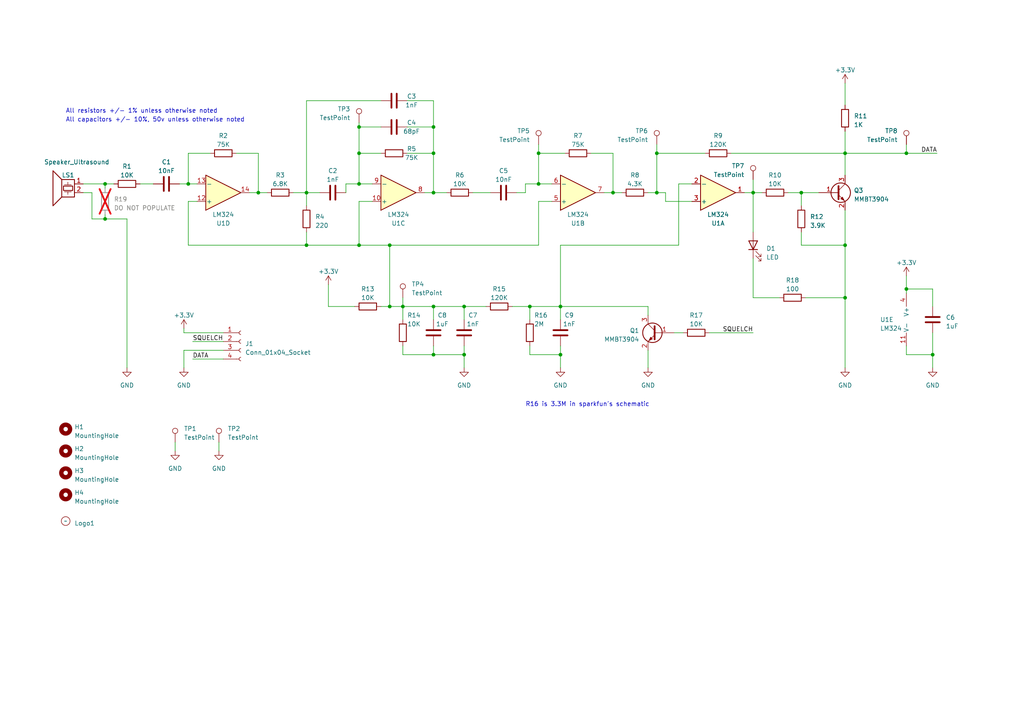
<source format=kicad_sch>
(kicad_sch (version 20230121) (generator eeschema)
  (paper "A4")
  (lib_symbols
    (symbol "Amplifier_Operational:LM324" (pin_names (offset 0.127))
      (property "Reference" "U" (at 0 5.08 0))
      (property "Value" "LM324" (at 0 -5.08 0))
      (symbol "LM324_1_1"
        (polyline (pts (xy -5.08 5.08) (xy 5.08 0) (xy -5.08 -5.08) (xy -5.08 5.08)) (stroke (width 0.254)) (fill (type background)))
        (pin output line (at 7.62 0 180) (length 2.54) (name "~") (number "1"))
        (pin input line (at -7.62 -2.54 0) (length 2.54) (name "-") (number "2"))
        (pin input line (at -7.62 2.54 0) (length 2.54) (name "+") (number "3"))
      )
      (symbol "LM324_2_1"
        (polyline (pts (xy -5.08 5.08) (xy 5.08 0) (xy -5.08 -5.08) (xy -5.08 5.08)) (stroke (width 0.254)) (fill (type background)))
        (pin input line (at -7.62 2.54 0) (length 2.54) (name "+") (number "5"))
        (pin input line (at -7.62 -2.54 0) (length 2.54) (name "-") (number "6"))
        (pin output line (at 7.62 0 180) (length 2.54) (name "~") (number "7"))
      )
      (symbol "LM324_3_1"
        (polyline (pts (xy -5.08 5.08) (xy 5.08 0) (xy -5.08 -5.08) (xy -5.08 5.08)) (stroke (width 0.254)) (fill (type background)))
        (pin input line (at -7.62 2.54 0) (length 2.54) (name "+") (number "10"))
        (pin output line (at 7.62 0 180) (length 2.54) (name "~") (number "8"))
        (pin input line (at -7.62 -2.54 0) (length 2.54) (name "-") (number "9"))
      )
      (symbol "LM324_4_1"
        (polyline (pts (xy -5.08 5.08) (xy 5.08 0) (xy -5.08 -5.08) (xy -5.08 5.08)) (stroke (width 0.254)) (fill (type background)))
        (pin input line (at -7.62 2.54 0) (length 2.54) (name "+") (number "12"))
        (pin input line (at -7.62 -2.54 0) (length 2.54) (name "-") (number "13"))
        (pin output line (at 7.62 0 180) (length 2.54) (name "~") (number "14"))
      )
      (symbol "LM324_5_1"
        (pin power_in line (at -2.54 -7.62 90) (length 3.81) (name "V-") (number "11"))
        (pin power_in line (at -2.54 7.62 270) (length 3.81) (name "V+") (number "4"))
      )
    )
    (symbol "Connector:Conn_01x04_Socket" (pin_names (offset 1.016) hide)
      (property "Reference" "J" (at 0 5.08 0))
      (property "Value" "Conn_01x04_Socket" (at 0 -7.62 0))
      (symbol "Conn_01x04_Socket_1_1"
        (arc (start 0 -4.572) (mid -0.5058 -5.08) (end 0 -5.588) (stroke (width 0.1524)))
        (arc (start 0 -2.032) (mid -0.5058 -2.54) (end 0 -3.048) (stroke (width 0.1524)))
        (polyline (pts (xy -1.27 -5.08) (xy -0.508 -5.08)) (stroke (width 0.1524)))
        (polyline (pts (xy -1.27 -2.54) (xy -0.508 -2.54)) (stroke (width 0.1524)))
        (polyline (pts (xy -1.27 0) (xy -0.508 0)) (stroke (width 0.1524)))
        (polyline (pts (xy -1.27 2.54) (xy -0.508 2.54)) (stroke (width 0.1524)))
        (arc (start 0 0.508) (mid -0.5058 0) (end 0 -0.508) (stroke (width 0.1524)))
        (arc (start 0 3.048) (mid -0.5058 2.54) (end 0 2.032) (stroke (width 0.1524)))
        (pin passive line (at -5.08 2.54 0) (length 3.81) (name "Pin_1") (number "1"))
        (pin passive line (at -5.08 0 0) (length 3.81) (name "Pin_2") (number "2"))
        (pin passive line (at -5.08 -2.54 0) (length 3.81) (name "Pin_3") (number "3"))
        (pin passive line (at -5.08 -5.08 0) (length 3.81) (name "Pin_4") (number "4"))
      )
    )
    (symbol "Connector:TestPoint" (pin_numbers hide) (pin_names (offset 0.762) hide)
      (property "Reference" "TP" (at 0 6.858 0))
      (property "Value" "TestPoint" (at 0 5.08 0))
      (symbol "TestPoint_0_1"
        (circle (center 0 3.302) (radius 0.762))
      )
      (symbol "TestPoint_1_1"
        (pin passive line (at 0 0 90) (length 2.54) (name "1") (number "1"))
      )
    )
    (symbol "Device:C" (pin_numbers hide) (pin_names (offset 0.254))
      (property "Reference" "C" (at 0.635 2.54 0))
      (property "Value" "C" (at 0.635 -2.54 0))
      (symbol "C_0_1"
        (polyline (pts (xy -2.032 -0.762) (xy 2.032 -0.762)) (stroke (width 0.508)))
        (polyline (pts (xy -2.032 0.762) (xy 2.032 0.762)) (stroke (width 0.508)))
      )
      (symbol "C_1_1"
        (pin passive line (at 0 3.81 270) (length 2.794) (name "~") (number "1"))
        (pin passive line (at 0 -3.81 90) (length 2.794) (name "~") (number "2"))
      )
    )
    (symbol "Device:LED" (pin_numbers hide) (pin_names (offset 1.016) hide)
      (property "Reference" "D" (at 0 2.54 0))
      (property "Value" "LED" (at 0 -2.54 0))
      (symbol "LED_0_1"
        (polyline (pts (xy -1.27 -1.27) (xy -1.27 1.27)) (stroke (width 0.254)))
        (polyline (pts (xy -1.27 0) (xy 1.27 0)))
        (polyline (pts (xy 1.27 -1.27) (xy 1.27 1.27) (xy -1.27 0) (xy 1.27 -1.27)) (stroke (width 0.254)))
        (polyline (pts (xy -3.048 -0.762) (xy -4.572 -2.286) (xy -3.81 -2.286) (xy -4.572 -2.286) (xy -4.572 -1.524)))
        (polyline (pts (xy -1.778 -0.762) (xy -3.302 -2.286) (xy -2.54 -2.286) (xy -3.302 -2.286) (xy -3.302 -1.524)))
      )
      (symbol "LED_1_1"
        (pin passive line (at -3.81 0 0) (length 2.54) (name "K") (number "1"))
        (pin passive line (at 3.81 0 180) (length 2.54) (name "A") (number "2"))
      )
    )
    (symbol "Device:R" (pin_numbers hide) (pin_names (offset 0))
      (property "Reference" "R" (at 2.032 0 90))
      (property "Value" "R" (at 0 0 90))
      (symbol "R_0_1"
        (rectangle (start -1.016 -2.54) (end 1.016 2.54) (stroke (width 0.254)))
      )
      (symbol "R_1_1"
        (pin passive line (at 0 3.81 270) (length 1.27) (name "~") (number "1"))
        (pin passive line (at 0 -3.81 90) (length 1.27) (name "~") (number "2"))
      )
    )
    (symbol "Device:Speaker_Ultrasound" (pin_names (offset 0) hide)
      (property "Reference" "LS" (at 0.635 5.715 0))
      (property "Value" "Speaker_Ultrasound" (at 0.635 3.81 0))
      (symbol "Speaker_Ultrasound_0_0"
        (rectangle (start -2.54 1.27) (end 1.143 -3.81) (stroke (width 0.254)))
        (rectangle (start -2.032 -0.635) (end 0.635 -1.905) (stroke (width 0.254)))
        (polyline (pts (xy -1.651 -2.286) (xy 0.381 -2.286)))
        (polyline (pts (xy -1.651 -0.254) (xy 0.381 -0.254)))
        (polyline (pts (xy -0.635 -2.286) (xy -0.635 -3.048)))
        (polyline (pts (xy -0.635 -0.254) (xy -0.635 0.508)))
        (polyline (pts (xy 1.143 1.27) (xy 3.683 3.81) (xy 3.683 -6.35) (xy 1.143 -3.81)) (stroke (width 0.254)))
      )
      (symbol "Speaker_Ultrasound_1_1"
        (pin input line (at -5.08 0 0) (length 2.54) (name "1") (number "1"))
        (pin input line (at -5.08 -2.54 0) (length 2.54) (name "2") (number "2"))
      )
    )
    (symbol "Mechanical:MountingHole" (pin_names (offset 1.016))
      (property "Reference" "H" (at 0 5.08 0))
      (property "Value" "MountingHole" (at 0 3.175 0))
      (symbol "MountingHole_0_1"
        (circle (center 0 0) (radius 1.27) (stroke (width 1.27)))
      )
    )
    (symbol "Transistor_BJT:MMBT3904" (pin_names (offset 0) hide)
      (property "Reference" "Q" (at 5.08 1.905 0))
      (property "Value" "MMBT3904" (at 5.08 0 0))
      (symbol "MMBT3904_0_1"
        (polyline (pts (xy 0.635 0.635) (xy 2.54 2.54)))
        (polyline (pts (xy 0.635 -0.635) (xy 2.54 -2.54) (xy 2.54 -2.54)))
        (polyline (pts (xy 0.635 1.905) (xy 0.635 -1.905) (xy 0.635 -1.905)) (stroke (width 0.508)))
        (polyline (pts (xy 1.27 -1.778) (xy 1.778 -1.27) (xy 2.286 -2.286) (xy 1.27 -1.778) (xy 1.27 -1.778)) (fill (type outline)))
        (circle (center 1.27 0) (radius 2.8194) (stroke (width 0.254)))
      )
      (symbol "MMBT3904_1_1"
        (pin input line (at -5.08 0 0) (length 5.715) (name "B") (number "1"))
        (pin passive line (at 2.54 -5.08 90) (length 2.54) (name "E") (number "2"))
        (pin passive line (at 2.54 5.08 270) (length 2.54) (name "C") (number "3"))
      )
    )
    (symbol "power:+3.3V" (power) (pin_names (offset 0))
      (property "Value" "+3.3V" (at 0 3.556 0))
      (symbol "+3.3V_0_1"
        (polyline (pts (xy -0.762 1.27) (xy 0 2.54)))
        (polyline (pts (xy 0 0) (xy 0 2.54)))
        (polyline (pts (xy 0 2.54) (xy 0.762 1.27)))
      )
      (symbol "+3.3V_1_1"
        (pin power_in line (at 0 0 90) (length 0) hide (name "+3.3V") (number "1"))
      )
    )
    (symbol "power:GND" (power) (pin_names (offset 0))
      (property "Value" "GND" (at 0 -3.81 0))
      (symbol "GND_0_1"
        (polyline (pts (xy 0 0) (xy 0 -1.27) (xy 1.27 -1.27) (xy 0 -2.54) (xy -1.27 -1.27) (xy 0 -1.27)))
      )
      (symbol "GND_1_1"
        (pin power_in line (at 0 0 270) (length 0) hide (name "GND") (number "1"))
      )
    )
    (symbol "uFinder:Logo" (in_bom no)
      (property "Reference" "Logo" (at 0 0 0))
      (symbol "Logo_0_1"
        (circle (center 0 0) (radius 1.27))
      )
    )
  )
  (junction (at 156.21 44.45))
  (junction (at 177.8 55.88))
  (junction (at 218.44 55.88))
  (junction (at 134.62 102.87))
  (junction (at 134.62 88.9))
  (junction (at 125.73 55.88))
  (junction (at 104.14 36.83))
  (junction (at 232.41 55.88))
  (junction (at 245.11 44.45))
  (junction (at 74.93 55.88))
  (junction (at 104.14 71.12))
  (junction (at 30.48 63.5))
  (junction (at 125.73 102.87))
  (junction (at 54.61 53.34))
  (junction (at 125.73 36.83))
  (junction (at 116.84 88.9))
  (junction (at 88.9 71.12))
  (junction (at 88.9 55.88))
  (junction (at 162.56 102.87))
  (junction (at 125.73 44.45))
  (junction (at 156.21 53.34))
  (junction (at 30.48 53.34))
  (junction (at 190.5 44.45))
  (junction (at 270.51 102.87))
  (junction (at 153.67 88.9))
  (junction (at 245.11 71.12))
  (junction (at 262.89 83.82))
  (junction (at 190.5 55.88))
  (junction (at 113.03 71.12))
  (junction (at 104.14 44.45))
  (junction (at 162.56 88.9))
  (junction (at 245.11 86.36))
  (junction (at 104.14 53.34))
  (junction (at 262.89 44.45))
  (junction (at 125.73 88.9))
  (junction (at 113.03 88.9))
  (wire (pts (xy 156.21 41.91) (xy 156.21 44.45)))
  (wire (pts (xy 53.34 101.6) (xy 53.34 106.68)))
  (wire (pts (xy 232.41 71.12) (xy 245.11 71.12)))
  (wire (pts (xy 40.64 53.34) (xy 44.45 53.34)))
  (wire (pts (xy 218.44 55.88) (xy 218.44 67.31)))
  (wire (pts (xy 262.89 83.82) (xy 262.89 85.09)))
  (wire (pts (xy 36.83 63.5) (xy 36.83 106.68)))
  (wire (pts (xy 57.15 58.42) (xy 54.61 58.42)))
  (wire (pts (xy 125.73 102.87) (xy 134.62 102.87)))
  (wire (pts (xy 116.84 86.36) (xy 116.84 88.9)))
  (wire (pts (xy 270.51 88.9) (xy 270.51 83.82)))
  (wire (pts (xy 190.5 44.45) (xy 190.5 55.88)))
  (wire (pts (xy 134.62 88.9) (xy 140.97 88.9)))
  (wire (pts (xy 245.11 44.45) (xy 245.11 50.8)))
  (wire (pts (xy 245.11 71.12) (xy 245.11 86.36)))
  (wire (pts (xy 88.9 29.21) (xy 110.49 29.21)))
  (wire (pts (xy 104.14 44.45) (xy 104.14 53.34)))
  (wire (pts (xy 110.49 44.45) (xy 104.14 44.45)))
  (wire (pts (xy 177.8 44.45) (xy 177.8 55.88)))
  (wire (pts (xy 245.11 60.96) (xy 245.11 71.12)))
  (wire (pts (xy 162.56 100.33) (xy 162.56 102.87)))
  (wire (pts (xy 30.48 63.5) (xy 26.67 63.5)))
  (wire (pts (xy 125.73 44.45) (xy 125.73 55.88)))
  (wire (pts (xy 156.21 53.34) (xy 160.02 53.34)))
  (wire (pts (xy 200.66 53.34) (xy 196.85 53.34)))
  (wire (pts (xy 228.6 55.88) (xy 232.41 55.88)))
  (wire (pts (xy 193.04 58.42) (xy 200.66 58.42)))
  (wire (pts (xy 162.56 88.9) (xy 187.96 88.9)))
  (wire (pts (xy 152.4 53.34) (xy 156.21 53.34)))
  (wire (pts (xy 160.02 58.42) (xy 156.21 58.42)))
  (wire (pts (xy 163.83 44.45) (xy 156.21 44.45)))
  (wire (pts (xy 64.77 101.6) (xy 53.34 101.6)))
  (wire (pts (xy 218.44 55.88) (xy 220.98 55.88)))
  (wire (pts (xy 190.5 55.88) (xy 193.04 55.88)))
  (wire (pts (xy 215.9 55.88) (xy 218.44 55.88)))
  (wire (pts (xy 162.56 88.9) (xy 153.67 88.9)))
  (wire (pts (xy 156.21 44.45) (xy 156.21 53.34)))
  (wire (pts (xy 30.48 53.34) (xy 33.02 53.34)))
  (wire (pts (xy 88.9 71.12) (xy 88.9 67.31)))
  (wire (pts (xy 125.73 36.83) (xy 125.73 44.45)))
  (wire (pts (xy 54.61 53.34) (xy 57.15 53.34)))
  (wire (pts (xy 171.45 44.45) (xy 177.8 44.45)))
  (wire (pts (xy 88.9 29.21) (xy 88.9 55.88)))
  (wire (pts (xy 95.25 88.9) (xy 95.25 82.55)))
  (wire (pts (xy 175.26 55.88) (xy 177.8 55.88)))
  (wire (pts (xy 245.11 86.36) (xy 245.11 106.68)))
  (wire (pts (xy 113.03 88.9) (xy 116.84 88.9)))
  (wire (pts (xy 156.21 58.42) (xy 156.21 71.12)))
  (wire (pts (xy 102.87 88.9) (xy 95.25 88.9)))
  (wire (pts (xy 218.44 86.36) (xy 226.06 86.36)))
  (wire (pts (xy 232.41 55.88) (xy 237.49 55.88)))
  (wire (pts (xy 100.33 53.34) (xy 104.14 53.34)))
  (wire (pts (xy 118.11 29.21) (xy 125.73 29.21)))
  (wire (pts (xy 116.84 102.87) (xy 125.73 102.87)))
  (wire (pts (xy 205.74 96.52) (xy 218.44 96.52)))
  (wire (pts (xy 113.03 71.12) (xy 113.03 88.9)))
  (wire (pts (xy 187.96 88.9) (xy 187.96 91.44)))
  (wire (pts (xy 204.47 44.45) (xy 190.5 44.45)))
  (wire (pts (xy 262.89 102.87) (xy 270.51 102.87)))
  (wire (pts (xy 162.56 71.12) (xy 162.56 88.9)))
  (wire (pts (xy 125.73 92.71) (xy 125.73 88.9)))
  (wire (pts (xy 30.48 53.34) (xy 30.48 54.61)))
  (wire (pts (xy 156.21 71.12) (xy 113.03 71.12)))
  (wire (pts (xy 52.07 53.34) (xy 54.61 53.34)))
  (wire (pts (xy 104.14 71.12) (xy 88.9 71.12)))
  (wire (pts (xy 104.14 58.42) (xy 104.14 71.12)))
  (wire (pts (xy 54.61 44.45) (xy 54.61 53.34)))
  (wire (pts (xy 149.86 55.88) (xy 152.4 55.88)))
  (wire (pts (xy 262.89 41.91) (xy 262.89 44.45)))
  (wire (pts (xy 110.49 88.9) (xy 113.03 88.9)))
  (wire (pts (xy 54.61 58.42) (xy 54.61 71.12)))
  (wire (pts (xy 26.67 63.5) (xy 26.67 55.88)))
  (wire (pts (xy 232.41 67.31) (xy 232.41 71.12)))
  (wire (pts (xy 232.41 55.88) (xy 232.41 59.69)))
  (wire (pts (xy 116.84 92.71) (xy 116.84 88.9)))
  (wire (pts (xy 74.93 55.88) (xy 77.47 55.88)))
  (wire (pts (xy 262.89 80.01) (xy 262.89 83.82)))
  (wire (pts (xy 53.34 96.52) (xy 53.34 95.25)))
  (wire (pts (xy 270.51 96.52) (xy 270.51 102.87)))
  (wire (pts (xy 123.19 55.88) (xy 125.73 55.88)))
  (wire (pts (xy 153.67 100.33) (xy 153.67 102.87)))
  (wire (pts (xy 218.44 74.93) (xy 218.44 86.36)))
  (wire (pts (xy 262.89 100.33) (xy 262.89 102.87)))
  (wire (pts (xy 107.95 58.42) (xy 104.14 58.42)))
  (wire (pts (xy 137.16 55.88) (xy 142.24 55.88)))
  (wire (pts (xy 187.96 55.88) (xy 190.5 55.88)))
  (wire (pts (xy 187.96 101.6) (xy 187.96 106.68)))
  (wire (pts (xy 64.77 96.52) (xy 53.34 96.52)))
  (wire (pts (xy 125.73 88.9) (xy 116.84 88.9)))
  (wire (pts (xy 104.14 53.34) (xy 107.95 53.34)))
  (wire (pts (xy 196.85 71.12) (xy 162.56 71.12)))
  (wire (pts (xy 36.83 63.5) (xy 30.48 63.5)))
  (wire (pts (xy 134.62 92.71) (xy 134.62 88.9)))
  (wire (pts (xy 24.13 53.34) (xy 30.48 53.34)))
  (wire (pts (xy 134.62 100.33) (xy 134.62 102.87)))
  (wire (pts (xy 218.44 52.07) (xy 218.44 55.88)))
  (wire (pts (xy 60.96 44.45) (xy 54.61 44.45)))
  (wire (pts (xy 100.33 55.88) (xy 100.33 53.34)))
  (wire (pts (xy 55.88 99.06) (xy 64.77 99.06)))
  (wire (pts (xy 63.5 130.81) (xy 63.5 128.27)))
  (wire (pts (xy 162.56 102.87) (xy 162.56 106.68)))
  (wire (pts (xy 116.84 100.33) (xy 116.84 102.87)))
  (wire (pts (xy 270.51 102.87) (xy 270.51 106.68)))
  (wire (pts (xy 68.58 44.45) (xy 74.93 44.45)))
  (wire (pts (xy 125.73 100.33) (xy 125.73 102.87)))
  (wire (pts (xy 104.14 35.56) (xy 104.14 36.83)))
  (wire (pts (xy 196.85 53.34) (xy 196.85 71.12)))
  (wire (pts (xy 212.09 44.45) (xy 245.11 44.45)))
  (wire (pts (xy 262.89 83.82) (xy 270.51 83.82)))
  (wire (pts (xy 193.04 55.88) (xy 193.04 58.42)))
  (wire (pts (xy 30.48 62.23) (xy 30.48 63.5)))
  (wire (pts (xy 85.09 55.88) (xy 88.9 55.88)))
  (wire (pts (xy 245.11 38.1) (xy 245.11 44.45)))
  (wire (pts (xy 162.56 92.71) (xy 162.56 88.9)))
  (wire (pts (xy 245.11 24.13) (xy 245.11 30.48)))
  (wire (pts (xy 50.8 130.81) (xy 50.8 128.27)))
  (wire (pts (xy 72.39 55.88) (xy 74.93 55.88)))
  (wire (pts (xy 55.88 104.14) (xy 64.77 104.14)))
  (wire (pts (xy 118.11 44.45) (xy 125.73 44.45)))
  (wire (pts (xy 153.67 88.9) (xy 153.67 92.71)))
  (wire (pts (xy 153.67 102.87) (xy 162.56 102.87)))
  (wire (pts (xy 24.13 55.88) (xy 26.67 55.88)))
  (wire (pts (xy 177.8 55.88) (xy 180.34 55.88)))
  (wire (pts (xy 195.58 96.52) (xy 198.12 96.52)))
  (wire (pts (xy 104.14 36.83) (xy 104.14 44.45)))
  (wire (pts (xy 104.14 71.12) (xy 113.03 71.12)))
  (wire (pts (xy 134.62 88.9) (xy 125.73 88.9)))
  (wire (pts (xy 74.93 44.45) (xy 74.93 55.88)))
  (wire (pts (xy 54.61 71.12) (xy 88.9 71.12)))
  (wire (pts (xy 148.59 88.9) (xy 153.67 88.9)))
  (wire (pts (xy 152.4 55.88) (xy 152.4 53.34)))
  (wire (pts (xy 190.5 41.91) (xy 190.5 44.45)))
  (wire (pts (xy 88.9 55.88) (xy 88.9 59.69)))
  (wire (pts (xy 262.89 44.45) (xy 271.78 44.45)))
  (wire (pts (xy 134.62 102.87) (xy 134.62 106.68)))
  (wire (pts (xy 125.73 29.21) (xy 125.73 36.83)))
  (wire (pts (xy 245.11 44.45) (xy 262.89 44.45)))
  (wire (pts (xy 88.9 55.88) (xy 92.71 55.88)))
  (wire (pts (xy 125.73 55.88) (xy 129.54 55.88)))
  (wire (pts (xy 233.68 86.36) (xy 245.11 86.36)))
  (wire (pts (xy 118.11 36.83) (xy 125.73 36.83)))
  (wire (pts (xy 110.49 36.83) (xy 104.14 36.83)))
  (text "All capacitors +/- 10%, 50v unless otherwise noted" (at 19.05 35.56 0) (effects (font (size 1.27 1.27)) (justify left bottom)))
  (text "All resistors +/- 1% unless otherwise noted" (at 19.05 33.02 0) (effects (font (size 1.27 1.27)) (justify left bottom)))
  (text "R16 is 3.3M in sparkfun's schematic" (at 152.4 118.11 0) (effects (font (size 1.27 1.27)) (justify left bottom)))
  (label "SQUELCH" (at 55.88 99.06 0))
  (label "DATA" (at 55.88 104.14 0))
  (label "SQUELCH" (at 218.44 96.52 180))
  (label "DATA" (at 271.78 44.45 180))
  (symbol (lib_id "Transistor_BJT:MMBT3904") (at 190.5 96.52 0) (mirror y) (unit 1)
    (property "Reference" "Q1" (at 185.42 95.885 0) (effects (justify left)))
    (property "Value" "MMBT3904" (at 185.42 98.425 0) (effects (justify left)))
    (property "Footprint" "Package_TO_SOT_SMD:SOT-23" (effects hide))
    (property "Datasheet" "https://www.onsemi.com/pub/Collateral/2N3903-D.PDF" (effects hide))
    (property "LCSC" "C20526" (effects hide))
  )
  (symbol (lib_id "Device:C") (at 48.26 53.34 90) (unit 1)
    (property "Reference" "C1" (at 48.26 46.99 90))
    (property "Value" "10nF" (at 48.26 49.53 90))
    (property "Footprint" "Capacitor_SMD:C_0805_2012Metric" (effects hide))
    (property "LCSC" "C1710" (effects hide))
  )
  (symbol (lib_id "Device:R") (at 208.28 44.45 90) (unit 1)
    (property "Reference" "R9" (at 208.28 39.37 90))
    (property "Value" "120K" (at 208.28 41.91 90))
    (property "Footprint" "Resistor_SMD:R_0805_2012Metric" (effects hide))
    (property "LCSC" "C17436" (effects hide))
  )
  (symbol (lib_id "power:GND") (at 270.51 106.68 0) (unit 1)
    (property "Reference" "#PWR04" (effects hide))
    (property "Value" "GND" (at 270.51 111.76 0))
  )
  (symbol (lib_id "Connector:TestPoint") (at 50.8 128.27 0) (unit 1)
    (property "Reference" "TP1" (at 53.34 124.333 0) (effects (justify left)))
    (property "Value" "TestPoint" (at 53.34 126.873 0) (effects (justify left)))
    (property "Footprint" "TestPoint:TestPoint_THTPad_D1.5mm_Drill0.7mm" (effects hide))
  )
  (symbol (lib_id "power:+3.3V") (at 95.25 82.55 0) (unit 1)
    (property "Reference" "#PWR08" (effects hide))
    (property "Value" "+3.3V" (at 95.25 78.74 0))
  )
  (symbol (lib_id "Device:R") (at 245.11 34.29 180) (unit 1)
    (property "Reference" "R11" (at 247.65 33.655 0) (effects (justify right)))
    (property "Value" "1K" (at 247.65 36.195 0) (effects (justify right)))
    (property "Footprint" "Resistor_SMD:R_0805_2012Metric" (effects hide))
    (property "LCSC" "C17513" (effects hide))
  )
  (symbol (lib_id "Connector:Conn_01x04_Socket") (at 69.85 99.06 0) (unit 1)
    (property "Reference" "J1" (at 71.12 99.695 0) (effects (justify left)))
    (property "Value" "Conn_01x04_Socket" (at 71.12 102.235 0) (effects (justify left)))
    (property "Footprint" "Connector_JST:JST_XH_B4B-XH-A_1x04_P2.50mm_Vertical" (effects hide))
  )
  (symbol (lib_id "Device:R") (at 36.83 53.34 90) (unit 1)
    (property "Reference" "R1" (at 36.83 48.26 90))
    (property "Value" "10K" (at 36.83 50.8 90))
    (property "Footprint" "Resistor_SMD:R_0805_2012Metric" (effects hide))
    (property "LCSC" "C17414" (effects hide))
  )
  (symbol (lib_id "Device:C") (at 270.51 92.71 180) (unit 1)
    (property "Reference" "C6" (at 274.32 92.075 0) (effects (justify right)))
    (property "Value" "1uF" (at 274.32 94.615 0) (effects (justify right)))
    (property "Footprint" "Capacitor_SMD:C_0805_2012Metric" (effects hide))
    (property "LCSC" "C28323" (effects hide))
  )
  (symbol (lib_id "Connector:TestPoint") (at 116.84 86.36 0) (unit 1)
    (property "Reference" "TP4" (at 119.38 82.423 0) (effects (justify left)))
    (property "Value" "TestPoint" (at 119.38 84.963 0) (effects (justify left)))
    (property "Footprint" "TestPoint:TestPoint_THTPad_D1.5mm_Drill0.7mm" (effects hide))
  )
  (symbol (lib_id "Connector:TestPoint") (at 156.21 41.91 0) (mirror y) (unit 1)
    (property "Reference" "TP5" (at 153.67 37.973 0) (effects (justify left)))
    (property "Value" "TestPoint" (at 153.67 40.513 0) (effects (justify left)))
    (property "Footprint" "TestPoint:TestPoint_THTPad_D1.5mm_Drill0.7mm" (effects hide))
  )
  (symbol (lib_id "Connector:TestPoint") (at 190.5 41.91 0) (mirror y) (unit 1)
    (property "Reference" "TP6" (at 187.96 37.973 0) (effects (justify left)))
    (property "Value" "TestPoint" (at 187.96 40.513 0) (effects (justify left)))
    (property "Footprint" "TestPoint:TestPoint_THTPad_D1.5mm_Drill0.7mm" (effects hide))
  )
  (symbol (lib_id "Device:R") (at 167.64 44.45 90) (unit 1)
    (property "Reference" "R7" (at 167.64 39.37 90))
    (property "Value" "75K" (at 167.64 41.91 90))
    (property "Footprint" "Resistor_SMD:R_0805_2012Metric" (effects hide))
    (property "LCSC" "C17819" (effects hide))
  )
  (symbol (lib_id "Device:R") (at 144.78 88.9 270) (unit 1)
    (property "Reference" "R15" (at 144.78 83.82 90))
    (property "Value" "120K" (at 144.78 86.36 90))
    (property "Footprint" "Resistor_SMD:R_0805_2012Metric" (effects hide))
    (property "LCSC" "C17436" (effects hide))
  )
  (symbol (lib_id "power:GND") (at 245.11 106.68 0) (unit 1)
    (property "Reference" "#PWR06" (effects hide))
    (property "Value" "GND" (at 245.11 111.76 0))
  )
  (symbol (lib_id "Device:C") (at 114.3 36.83 90) (unit 1)
    (property "Reference" "C4" (at 119.38 35.56 90))
    (property "Value" "68pF" (at 119.38 38.1 90))
    (property "Footprint" "Capacitor_SMD:C_0603_1608Metric" (effects hide))
    (property "LCSC" "C28262" (effects hide))
  )
  (symbol (lib_id "Mechanical:MountingHole") (at 19.05 143.51 0) (unit 1)
    (property "Reference" "H4" (at 21.59 142.875 0) (effects (justify left)))
    (property "Value" "MountingHole" (at 21.59 145.415 0) (effects (justify left)))
    (property "Footprint" "MountingHole:MountingHole_3.2mm_M3" (effects hide))
  )
  (symbol (lib_id "Device:R") (at 224.79 55.88 90) (unit 1)
    (property "Reference" "R10" (at 224.79 50.8 90))
    (property "Value" "10K" (at 224.79 53.34 90))
    (property "Footprint" "Resistor_SMD:R_0805_2012Metric" (effects hide))
    (property "LCSC" "C17414" (effects hide))
  )
  (symbol (lib_id "Device:R") (at 30.48 58.42 180) (unit 1) (in_bom no) (dnp yes)
    (property "Reference" "R19" (at 33.02 57.785 0) (effects (justify right)))
    (property "Value" "DO NOT POPULATE" (at 33.02 60.325 0) (effects (justify right)))
    (property "Footprint" "Resistor_SMD:R_0805_2012Metric" (effects hide))
  )
  (symbol (lib_id "power:GND") (at 134.62 106.68 0) (unit 1)
    (property "Reference" "#PWR010" (effects hide))
    (property "Value" "GND" (at 134.62 111.76 0))
  )
  (symbol (lib_id "Device:R") (at 116.84 96.52 0) (unit 1)
    (property "Reference" "R14" (at 118.11 91.44 0) (effects (justify left)))
    (property "Value" "10K" (at 118.11 93.98 0) (effects (justify left)))
    (property "Footprint" "Resistor_SMD:R_0805_2012Metric" (effects hide))
    (property "LCSC" "C17414" (effects hide))
  )
  (symbol (lib_id "Connector:TestPoint") (at 63.5 128.27 0) (unit 1)
    (property "Reference" "TP2" (at 66.04 124.333 0) (effects (justify left)))
    (property "Value" "TestPoint" (at 66.04 126.873 0) (effects (justify left)))
    (property "Footprint" "TestPoint:TestPoint_THTPad_D1.5mm_Drill0.7mm" (effects hide))
  )
  (symbol (lib_id "power:GND") (at 53.34 106.68 0) (unit 1)
    (property "Reference" "#PWR02" (effects hide))
    (property "Value" "GND" (at 53.34 111.76 0))
  )
  (symbol (lib_id "Device:C") (at 162.56 96.52 180) (unit 1)
    (property "Reference" "C9" (at 165.1 91.44 0))
    (property "Value" "1nF" (at 165.1 93.98 0))
    (property "Footprint" "Capacitor_SMD:C_0805_2012Metric" (effects hide))
    (property "LCSC" "C46653" (effects hide))
  )
  (symbol (lib_id "Device:Speaker_Ultrasound") (at 19.05 53.34 0) (mirror y) (unit 1)
    (property "Reference" "LS1" (at 21.59 50.8 0) (effects (justify left)))
    (property "Value" "Speaker_Ultrasound" (at 31.75 46.99 0) (effects (justify left)))
    (property "Footprint" "uFinder:ULTRASONIC_16MM" (effects hide))
  )
  (symbol (lib_id "Amplifier_Operational:LM324") (at 208.28 55.88 0) (mirror x) (unit 1)
    (property "Reference" "U1" (at 208.28 64.77 0))
    (property "Value" "LM324" (at 208.28 62.23 0))
    (property "Footprint" "Package_SO:SOIC-14_3.9x8.7mm_P1.27mm" (effects hide))
    (property "Datasheet" "http://www.ti.com/lit/ds/symlink/lm2902-n.pdf" (effects hide))
    (property "LCSC" "C71035" (effects hide))
  )
  (symbol (lib_id "Connector:TestPoint") (at 104.14 35.56 0) (mirror y) (unit 1)
    (property "Reference" "TP3" (at 101.6 31.623 0) (effects (justify left)))
    (property "Value" "TestPoint" (at 101.6 34.163 0) (effects (justify left)))
    (property "Footprint" "TestPoint:TestPoint_THTPad_D1.5mm_Drill0.7mm" (effects hide))
  )
  (symbol (lib_id "power:GND") (at 50.8 130.81 0) (unit 1)
    (property "Reference" "#PWR012" (effects hide))
    (property "Value" "GND" (at 50.8 135.89 0))
  )
  (symbol (lib_id "power:GND") (at 187.96 106.68 0) (unit 1)
    (property "Reference" "#PWR011" (effects hide))
    (property "Value" "GND" (at 187.96 111.76 0))
  )
  (symbol (lib_id "power:+3.3V") (at 245.11 24.13 0) (unit 1)
    (property "Reference" "#PWR07" (effects hide))
    (property "Value" "+3.3V" (at 245.11 20.32 0))
  )
  (symbol (lib_id "Amplifier_Operational:LM324") (at 64.77 55.88 0) (mirror x) (unit 4)
    (property "Reference" "U1" (at 64.77 64.77 0))
    (property "Value" "LM324" (at 64.77 62.23 0))
    (property "Footprint" "Package_SO:SOIC-14_3.9x8.7mm_P1.27mm" (effects hide))
    (property "Datasheet" "http://www.ti.com/lit/ds/symlink/lm2902-n.pdf" (effects hide))
    (property "LCSC" "C71035" (effects hide))
  )
  (symbol (lib_id "Device:R") (at 133.35 55.88 90) (unit 1)
    (property "Reference" "R6" (at 133.35 50.8 90))
    (property "Value" "10K" (at 133.35 53.34 90))
    (property "Footprint" "Resistor_SMD:R_0805_2012Metric" (effects hide))
    (property "LCSC" "C17414" (effects hide))
  )
  (symbol (lib_id "uFinder:Logo") (at 19.05 151.13 0) (unit 1) (in_bom no)
    (property "Reference" "Logo1" (at 21.59 151.765 0) (effects (justify left)))
    (property "Value" "~" (at 19.05 151.13 0))
    (property "Footprint" "uFinder:logo" (effects hide))
  )
  (symbol (lib_id "Device:R") (at 64.77 44.45 90) (unit 1)
    (property "Reference" "R2" (at 64.77 39.37 90))
    (property "Value" "75K" (at 64.77 41.91 90))
    (property "Footprint" "Resistor_SMD:R_0805_2012Metric" (effects hide))
    (property "LCSC" "C17819" (effects hide))
  )
  (symbol (lib_id "Device:C") (at 146.05 55.88 90) (unit 1)
    (property "Reference" "C5" (at 146.05 49.53 90))
    (property "Value" "10nF" (at 146.05 52.07 90))
    (property "Footprint" "Capacitor_SMD:C_0805_2012Metric" (effects hide))
    (property "LCSC" "C1710" (effects hide))
  )
  (symbol (lib_id "Mechanical:MountingHole") (at 19.05 130.81 0) (unit 1)
    (property "Reference" "H2" (at 21.59 130.175 0) (effects (justify left)))
    (property "Value" "MountingHole" (at 21.59 132.715 0) (effects (justify left)))
    (property "Footprint" "MountingHole:MountingHole_3.2mm_M3" (effects hide))
  )
  (symbol (lib_id "Device:C") (at 125.73 96.52 180) (unit 1)
    (property "Reference" "C8" (at 128.27 91.44 0))
    (property "Value" "1uF" (at 128.27 93.98 0))
    (property "Footprint" "Capacitor_SMD:C_0805_2012Metric" (effects hide))
    (property "LCSC" "C28323" (effects hide))
  )
  (symbol (lib_id "power:GND") (at 162.56 106.68 0) (unit 1)
    (property "Reference" "#PWR09" (effects hide))
    (property "Value" "GND" (at 162.56 111.76 0))
  )
  (symbol (lib_id "Mechanical:MountingHole") (at 19.05 124.46 0) (unit 1)
    (property "Reference" "H1" (at 21.59 123.825 0) (effects (justify left)))
    (property "Value" "MountingHole" (at 21.59 126.365 0) (effects (justify left)))
    (property "Footprint" "MountingHole:MountingHole_3.2mm_M3" (effects hide))
  )
  (symbol (lib_id "Device:R") (at 114.3 44.45 90) (unit 1)
    (property "Reference" "R5" (at 119.38 43.18 90))
    (property "Value" "75K" (at 119.38 45.72 90))
    (property "Footprint" "Resistor_SMD:R_0805_2012Metric" (effects hide))
    (property "LCSC" "C17819" (effects hide))
  )
  (symbol (lib_id "Connector:TestPoint") (at 262.89 41.91 0) (mirror y) (unit 1)
    (property "Reference" "TP8" (at 260.35 37.973 0) (effects (justify left)))
    (property "Value" "TestPoint" (at 260.35 40.513 0) (effects (justify left)))
    (property "Footprint" "TestPoint:TestPoint_THTPad_D1.5mm_Drill0.7mm" (effects hide))
  )
  (symbol (lib_id "power:GND") (at 63.5 130.81 0) (unit 1)
    (property "Reference" "#PWR013" (effects hide))
    (property "Value" "GND" (at 63.5 135.89 0))
  )
  (symbol (lib_id "Device:R") (at 201.93 96.52 270) (unit 1)
    (property "Reference" "R17" (at 201.93 91.44 90))
    (property "Value" "10K" (at 201.93 93.98 90))
    (property "Footprint" "Resistor_SMD:R_0805_2012Metric" (effects hide))
    (property "LCSC" "C17414" (effects hide))
  )
  (symbol (lib_id "Device:R") (at 88.9 63.5 180) (unit 1)
    (property "Reference" "R4" (at 91.44 62.865 0) (effects (justify right)))
    (property "Value" "220" (at 91.44 65.405 0) (effects (justify right)))
    (property "Footprint" "Resistor_SMD:R_0805_2012Metric" (effects hide))
    (property "LCSC" "C17557" (effects hide))
  )
  (symbol (lib_id "power:GND") (at 36.83 106.68 0) (unit 1)
    (property "Reference" "#PWR03" (effects hide))
    (property "Value" "GND" (at 36.83 111.76 0))
  )
  (symbol (lib_id "Mechanical:MountingHole") (at 19.05 137.16 0) (unit 1)
    (property "Reference" "H3" (at 21.59 136.525 0) (effects (justify left)))
    (property "Value" "MountingHole" (at 21.59 139.065 0) (effects (justify left)))
    (property "Footprint" "MountingHole:MountingHole_3.2mm_M3" (effects hide))
  )
  (symbol (lib_id "Transistor_BJT:MMBT3904") (at 242.57 55.88 0) (unit 1)
    (property "Reference" "Q3" (at 247.65 55.245 0) (effects (justify left)))
    (property "Value" "MMBT3904" (at 247.65 57.785 0) (effects (justify left)))
    (property "Footprint" "Package_TO_SOT_SMD:SOT-23" (effects hide))
    (property "Datasheet" "https://www.onsemi.com/pub/Collateral/2N3903-D.PDF" (effects hide))
    (property "LCSC" "C20526" (effects hide))
  )
  (symbol (lib_id "Device:R") (at 184.15 55.88 90) (unit 1)
    (property "Reference" "R8" (at 184.15 50.8 90))
    (property "Value" "4.3K" (at 184.15 53.34 90))
    (property "Footprint" "Resistor_SMD:R_0805_2012Metric" (effects hide))
    (property "LCSC" "C17667" (effects hide))
  )
  (symbol (lib_id "Device:R") (at 232.41 63.5 180) (unit 1)
    (property "Reference" "R12" (at 234.95 62.865 0) (effects (justify right)))
    (property "Value" "3.9K" (at 234.95 65.405 0) (effects (justify right)))
    (property "Footprint" "Resistor_SMD:R_0805_2012Metric" (effects hide))
    (property "LCSC" "C17614" (effects hide))
  )
  (symbol (lib_id "Device:LED") (at 218.44 71.12 90) (unit 1)
    (property "Reference" "D1" (at 222.25 72.0725 90) (effects (justify right)))
    (property "Value" "LED" (at 222.25 74.6125 90) (effects (justify right)))
    (property "Footprint" "LED_SMD:LED_0805_2012Metric" (effects hide))
    (property "LCSC" "C84256" (effects hide))
  )
  (symbol (lib_id "power:+3.3V") (at 262.89 80.01 0) (unit 1)
    (property "Reference" "#PWR05" (effects hide))
    (property "Value" "+3.3V" (at 262.89 76.2 0))
  )
  (symbol (lib_id "Device:R") (at 81.28 55.88 90) (unit 1)
    (property "Reference" "R3" (at 81.28 50.8 90))
    (property "Value" "6.8K" (at 81.28 53.34 90))
    (property "Footprint" "Resistor_SMD:R_0805_2012Metric" (effects hide))
    (property "LCSC" "C17772" (effects hide))
  )
  (symbol (lib_id "Amplifier_Operational:LM324") (at 265.43 92.71 0) (unit 5)
    (property "Reference" "U1" (at 255.27 92.71 0) (effects (justify left)))
    (property "Value" "LM324" (at 255.27 95.25 0) (effects (justify left)))
    (property "Footprint" "Package_SO:SOIC-14_3.9x8.7mm_P1.27mm" (effects hide))
    (property "Datasheet" "http://www.ti.com/lit/ds/symlink/lm2902-n.pdf" (effects hide))
    (property "LCSC" "C71035" (effects hide))
  )
  (symbol (lib_id "Connector:TestPoint") (at 218.44 52.07 0) (mirror y) (unit 1)
    (property "Reference" "TP7" (at 215.9 48.133 0) (effects (justify left)))
    (property "Value" "TestPoint" (at 215.9 50.673 0) (effects (justify left)))
    (property "Footprint" "TestPoint:TestPoint_THTPad_D1.5mm_Drill0.7mm" (effects hide))
  )
  (symbol (lib_id "Device:R") (at 106.68 88.9 270) (unit 1)
    (property "Reference" "R13" (at 106.68 83.82 90))
    (property "Value" "10K" (at 106.68 86.36 90))
    (property "Footprint" "Resistor_SMD:R_0805_2012Metric" (effects hide))
    (property "LCSC" "C17414" (effects hide))
  )
  (symbol (lib_id "power:+3.3V") (at 53.34 95.25 0) (unit 1)
    (property "Reference" "#PWR01" (effects hide))
    (property "Value" "+3.3V" (at 53.34 91.44 0))
  )
  (symbol (lib_id "Device:C") (at 134.62 96.52 180) (unit 1)
    (property "Reference" "C7" (at 137.16 91.44 0))
    (property "Value" "1nF" (at 137.16 93.98 0))
    (property "Footprint" "Capacitor_SMD:C_0805_2012Metric" (effects hide))
    (property "LCSC" "C46653" (effects hide))
  )
  (symbol (lib_id "Device:R") (at 229.87 86.36 270) (unit 1)
    (property "Reference" "R18" (at 229.87 81.28 90))
    (property "Value" "100" (at 229.87 83.82 90))
    (property "Footprint" "Resistor_SMD:R_0805_2012Metric" (effects hide))
    (property "LCSC" "C17408" (effects hide))
  )
  (symbol (lib_id "Amplifier_Operational:LM324") (at 115.57 55.88 0) (mirror x) (unit 3)
    (property "Reference" "U1" (at 115.57 64.77 0))
    (property "Value" "LM324" (at 115.57 62.23 0))
    (property "Footprint" "Package_SO:SOIC-14_3.9x8.7mm_P1.27mm" (effects hide))
    (property "Datasheet" "http://www.ti.com/lit/ds/symlink/lm2902-n.pdf" (effects hide))
    (property "LCSC" "C71035" (effects hide))
  )
  (symbol (lib_id "Amplifier_Operational:LM324") (at 167.64 55.88 0) (mirror x) (unit 2)
    (property "Reference" "U1" (at 167.64 64.77 0))
    (property "Value" "LM324" (at 167.64 62.23 0))
    (property "Footprint" "Package_SO:SOIC-14_3.9x8.7mm_P1.27mm" (effects hide))
    (property "Datasheet" "http://www.ti.com/lit/ds/symlink/lm2902-n.pdf" (effects hide))
    (property "LCSC" "C71035" (effects hide))
  )
  (symbol (lib_id "Device:R") (at 153.67 96.52 0) (unit 1)
    (property "Reference" "R16" (at 154.94 91.44 0) (effects (justify left)))
    (property "Value" "2M" (at 154.94 93.98 0) (effects (justify left)))
    (property "Footprint" "Resistor_SMD:R_0805_2012Metric" (effects hide))
    (property "LCSC" "C26112" (effects hide))
  )
  (symbol (lib_id "Device:C") (at 96.52 55.88 90) (unit 1)
    (property "Reference" "C2" (at 96.52 49.53 90))
    (property "Value" "1nF" (at 96.52 52.07 90))
    (property "Footprint" "Capacitor_SMD:C_0805_2012Metric" (effects hide))
    (property "LCSC" "C46653" (effects hide))
  )
  (symbol (lib_id "Device:C") (at 114.3 29.21 90) (unit 1)
    (property "Reference" "C3" (at 119.38 27.94 90))
    (property "Value" "1nF" (at 119.38 30.48 90))
    (property "Footprint" "Capacitor_SMD:C_0805_2012Metric" (effects hide))
    (property "LCSC" "C46653" (effects hide))
  )
)
</source>
